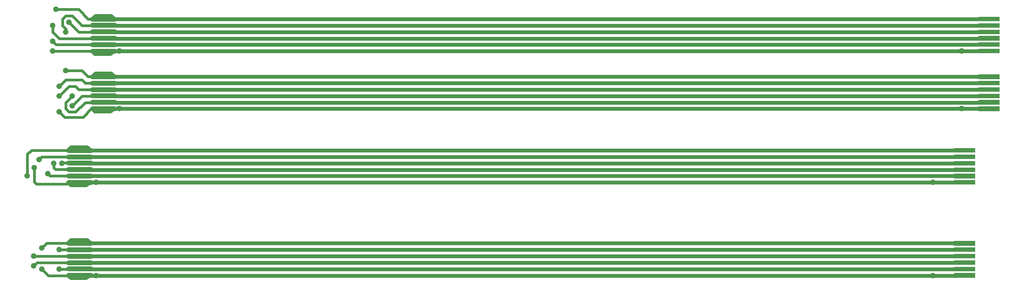
<source format=gbr>
G04 start of page 2 for group 0 idx 0 *
G04 Title: 4FF-FPC, top *
G04 Creator: pcb 4.3.0 *
G04 CreationDate: Sun Nov 20 19:22:47 2022 UTC *
G04 For: kevredon *
G04 Format: Gerber/RS-274X *
G04 PCB-Dimensions (mil): 6299.21 2362.20 *
G04 PCB-Coordinate-Origin: lower left *
%MOIN*%
%FSLAX25Y25*%
%LNTOP*%
%ADD17C,0.0197*%
%ADD16C,0.0354*%
%ADD15C,0.0001*%
%ADD14C,0.0157*%
%ADD13C,0.0295*%
%ADD12C,0.0197*%
%ADD11C,0.0236*%
G54D11*X600591Y218504D02*X63604D01*
X600591Y214567D02*X63651D01*
X600591Y210630D02*X63651D01*
X600591Y206693D02*X63480D01*
X600591Y202756D02*X63519D01*
X600591Y198819D02*X63565D01*
G54D12*X55628Y210763D02*X55627Y210763D01*
X55583Y210771D02*X55591Y210763D01*
X55628Y202889D02*X55627Y202889D01*
X55562Y202899D02*X55600Y202861D01*
X61024Y196850D02*X63471Y198952D01*
X55628D02*X55627Y198952D01*
X61024Y196850D02*X51181D01*
X55638Y198963D02*X51663D01*
G54D13*X63481Y198952D02*X49706D01*
X49695Y198963D01*
G54D14*X51181Y196850D02*Y196984D01*
Y196850D02*X49213Y198819D01*
G54D12*X55628Y206826D02*X55627Y206826D01*
X55563Y206835D02*X55600Y206798D01*
G54D13*X63480Y206826D02*X49704D01*
X63481Y202889D02*X49705D01*
G54D14*X56953Y202756D02*X57087Y202889D01*
G54D13*X63480Y210763D02*X49704D01*
G54D14*X25591Y198819D02*X55118D01*
X55628Y202889D02*X27426D01*
X25591Y204724D01*
Y214567D02*Y210630D01*
X29528Y206693D01*
X55118D01*
X33465Y210630D02*Y212598D01*
X31496Y214567D01*
X41339Y210630D02*X55118D01*
X35433Y216535D02*X41339Y210630D01*
G54D12*X55628Y214700D02*X55627Y214700D01*
X55578Y214707D02*X55600Y214728D01*
X61498Y220611D02*X63471Y218637D01*
X61498Y220611D02*X51663D01*
G54D13*X63465Y218637D02*X49702D01*
G54D12*X51663Y220611D02*X49689Y218637D01*
G54D14*X47244Y218504D02*X55118D01*
G54D13*X63465Y214700D02*X49702D01*
G54D14*X43307Y214567D02*X55118D01*
X27559Y224409D02*X41339D01*
X47244Y218504D01*
X31496Y214567D02*Y218504D01*
X33465Y220472D01*
X37402D01*
X43307Y214567D01*
G54D12*X55628Y218637D02*X55627Y218637D01*
X55622Y218643D02*X55628Y218637D01*
G54D11*X63651Y214567D02*X63519Y214700D01*
X63651Y210630D02*X63519Y210763D01*
X600591Y183071D02*X63471D01*
X600591Y179134D02*X63386D01*
X600591Y175197D02*X63386D01*
X600591Y171260D02*X63386D01*
X600591Y167323D02*X63519D01*
X600591Y163386D02*X63142D01*
X585630Y137795D02*X48436D01*
X585630Y133858D02*X48557D01*
X585630Y129921D02*X48425D01*
X585630Y125984D02*X48425D01*
X585630Y122047D02*X48558D01*
X585630Y118110D02*X48484D01*
G54D14*X29528Y161417D02*X32677Y158268D01*
X49213Y163386D02*X44094Y158268D01*
X32677D02*X44094D01*
G54D12*X55628Y183204D02*X55627Y183204D01*
X55628Y179267D02*X55627Y179267D01*
X55628Y175330D02*X55627Y175330D01*
X55583Y175338D02*X55591Y175330D01*
G54D13*X63480D02*X49704D01*
G54D12*X55578Y179274D02*X55600Y179294D01*
X55622Y183209D02*X55628Y183204D01*
X61498Y185178D02*X63471Y183204D01*
X61498Y185178D02*X51663D01*
G54D13*X63465Y183204D02*X49702D01*
X63465Y179267D02*X49702D01*
G54D12*X55628Y171393D02*X55627Y171393D01*
X55628Y167456D02*X55627Y167456D01*
X55562Y167466D02*X55600Y167428D01*
X55563Y171402D02*X55600Y171365D01*
X61024Y161417D02*X63471Y163519D01*
X61024Y161417D02*X51181D01*
X55628Y163519D02*X55627Y163519D01*
X55638Y163530D02*X51663D01*
G54D13*X63481Y163519D02*X49706D01*
G54D14*X51181Y161417D02*X49213Y163386D01*
G54D13*X63480Y171393D02*X49704D01*
X63481Y167456D02*X49705D01*
G54D14*X56953Y167323D02*X57087Y167456D01*
G54D13*X49706Y163519D02*X49695Y163530D01*
G54D14*X33465Y187008D02*X43307D01*
G54D12*X51663Y185178D02*X49689Y183204D01*
G54D14*X43307Y187008D02*X47244Y183071D01*
X53150D01*
X33465Y181102D02*X43307D01*
X45276Y179134D01*
X29528Y177165D02*X33465Y181102D01*
X29528Y171260D02*X35433Y177165D01*
X39370D01*
X41339Y175197D01*
X45276Y179134D02*X55118D01*
X41339Y175197D02*X55118D01*
X43307Y171260D02*X55118D01*
X37402D02*X33465Y167323D01*
Y163386D01*
X35433Y161417D01*
X39370D01*
X45276Y167323D01*
X37402Y165354D02*X43307Y171260D01*
X45276Y167323D02*X55494D01*
G54D12*X40864Y80841D02*X40863Y80842D01*
G54D14*X34793Y80709D02*X21654D01*
X18701Y77756D01*
X34581Y76904D02*X29660D01*
X29528Y76772D01*
G54D12*X40864Y76904D02*X40863Y76905D01*
X40864Y72967D02*X40863Y72968D01*
X40820Y72976D02*X40828Y72967D01*
G54D13*X48716D02*X34940D01*
G54D14*X34449Y72835D02*X34581Y72967D01*
G54D12*X40815Y76911D02*X40836Y76932D01*
X40858Y80847D02*X40864Y80841D01*
X46734Y82815D02*X48707Y80841D01*
X46734Y82815D02*X36900D01*
G54D13*X48702Y80841D02*X34938D01*
G54D12*X36900Y82815D02*X34926Y80841D01*
G54D13*X48701Y76904D02*X34939D01*
G54D14*X13780Y72835D02*X34449D01*
G54D12*X40864Y69031D02*X40863Y69030D01*
X40864Y65094D02*X40863Y65094D01*
X40798Y65104D02*X40836Y65066D01*
X40799Y69039D02*X40836Y69003D01*
X46260Y59055D02*X48707Y61157D01*
X46260Y59055D02*X36417D01*
X40864Y61157D02*X40863Y61157D01*
X40874Y61167D02*X36900D01*
G54D13*X48718Y61157D02*X34942D01*
G54D14*X36417Y59055D02*X34449Y61024D01*
G54D13*X48716Y69031D02*X34940D01*
X48717Y65094D02*X34941D01*
G54D14*X42189Y64961D02*X42323Y65094D01*
X34807Y64961D02*X34941Y65094D01*
G54D13*X34942Y61157D02*X34931Y61167D01*
G54D14*X18701Y64961D02*X22638Y61024D01*
X34449D02*X22638D01*
X29528Y64961D02*X34807D01*
X35300Y69031D02*X15881D01*
X13780Y66929D01*
G54D11*X585630Y80709D02*X48425D01*
X585630Y76772D02*X48819D01*
X585630Y72835D02*X48819D01*
X585630Y61024D02*X48484D01*
X585630Y64961D02*X48685D01*
X585630Y68898D02*X48559D01*
G54D12*X40864Y137928D02*X40863Y137928D01*
X40864Y133990D02*X40863Y133991D01*
X40815Y133998D02*X40836Y134019D01*
X40858Y137934D02*X40864Y137928D01*
X46734Y139902D02*X48707Y137928D01*
X46734Y139902D02*X36900D01*
G54D13*X48702Y137928D02*X34938D01*
X48701Y133990D02*X34939D01*
G54D12*X36900Y139902D02*X34926Y137928D01*
G54D14*X34646D02*X12337D01*
X9843Y135433D02*X12337Y137928D01*
X34907Y133990D02*X18637D01*
X16929Y132283D01*
G54D12*X40864Y130054D02*X40863Y130054D01*
X40864Y126118D02*X40863Y126117D01*
X40864Y122180D02*X40863D01*
X40798Y122190D02*X40836Y122153D01*
X40799Y126126D02*X40836Y126090D01*
X40820Y130062D02*X40828Y130054D01*
G54D13*X48716D02*X34940D01*
X48716Y126118D02*X34940D01*
G54D14*X34449Y129921D02*X34581Y130054D01*
G54D12*X46260Y116142D02*X48707Y118244D01*
G54D13*X48718D02*X34942D01*
G54D12*X46260Y116142D02*X36417D01*
X40864Y118244D02*X40863Y118243D01*
X40874Y118254D02*X36900D01*
G54D13*X34942Y118244D02*X34931Y118254D01*
G54D14*X36417Y116142D02*X34449Y118110D01*
G54D13*X48717Y122180D02*X34941D01*
G54D14*X42189Y122047D02*X42323Y122180D01*
X34807Y122047D02*X34941Y122180D01*
X35039Y130054D02*X31235D01*
X31102Y129921D01*
X33985Y117323D02*X34906Y118244D01*
X34385Y126118D02*X27032D01*
X14173Y127165D02*Y118504D01*
X15354Y117323D01*
X33985D01*
X27032Y126118D02*X25984Y127165D01*
X23882Y122180D02*X22441Y123622D01*
X25984Y127165D02*Y129921D01*
X34906Y122180D02*X23882D01*
X9843Y122047D02*Y135433D01*
G54D15*G36*
X579134Y82087D02*Y79331D01*
X592126D01*
Y82087D01*
X579134D01*
G37*
G36*
Y78150D02*Y75394D01*
X592126D01*
Y78150D01*
X579134D01*
G37*
G36*
Y74213D02*Y71457D01*
X592126D01*
Y74213D01*
X579134D01*
G37*
G36*
Y70276D02*Y67520D01*
X592126D01*
Y70276D01*
X579134D01*
G37*
G36*
Y66339D02*Y63583D01*
X592126D01*
Y66339D01*
X579134D01*
G37*
G36*
Y62402D02*Y59646D01*
X592126D01*
Y62402D01*
X579134D01*
G37*
G36*
Y139173D02*Y136417D01*
X592126D01*
Y139173D01*
X579134D01*
G37*
G36*
Y135236D02*Y132480D01*
X592126D01*
Y135236D01*
X579134D01*
G37*
G36*
Y131299D02*Y128543D01*
X592126D01*
Y131299D01*
X579134D01*
G37*
G36*
Y127362D02*Y124606D01*
X592126D01*
Y127362D01*
X579134D01*
G37*
G36*
Y123425D02*Y120669D01*
X592126D01*
Y123425D01*
X579134D01*
G37*
G36*
Y119488D02*Y116732D01*
X592126D01*
Y119488D01*
X579134D01*
G37*
G36*
X594094Y184449D02*Y181693D01*
X607087D01*
Y184449D01*
X594094D01*
G37*
G36*
Y180512D02*Y177756D01*
X607087D01*
Y180512D01*
X594094D01*
G37*
G36*
Y176575D02*Y173819D01*
X607087D01*
Y176575D01*
X594094D01*
G37*
G36*
Y172638D02*Y169882D01*
X607087D01*
Y172638D01*
X594094D01*
G37*
G36*
Y168701D02*Y165945D01*
X607087D01*
Y168701D01*
X594094D01*
G37*
G36*
Y164764D02*Y162008D01*
X607087D01*
Y164764D01*
X594094D01*
G37*
G36*
Y219882D02*Y217126D01*
X607087D01*
Y219882D01*
X594094D01*
G37*
G36*
Y215945D02*Y213189D01*
X607087D01*
Y215945D01*
X594094D01*
G37*
G36*
Y212008D02*Y209252D01*
X607087D01*
Y212008D01*
X594094D01*
G37*
G36*
Y208071D02*Y205315D01*
X607087D01*
Y208071D01*
X594094D01*
G37*
G36*
Y204134D02*Y201378D01*
X607087D01*
Y204134D01*
X594094D01*
G37*
G36*
Y200197D02*Y197441D01*
X607087D01*
Y200197D01*
X594094D01*
G37*
G54D16*X18701Y77756D03*
X13780Y72835D03*
X18701Y64961D03*
X13780Y66929D03*
X29528Y76772D03*
Y64961D03*
X566142Y61024D03*
X51969D03*
X566142Y118110D03*
X583858Y163386D03*
Y198819D03*
X66535Y163386D03*
X29528Y171260D03*
X25591Y198819D03*
Y204724D03*
Y214567D03*
X27559Y224409D03*
X33465Y210630D03*
X35433Y216535D03*
X29528Y177165D03*
X33465Y187008D03*
X66535Y198819D03*
X37402Y171260D03*
Y165354D03*
X29528Y161417D03*
X31102Y129921D03*
X16929Y132283D03*
X9843Y122047D03*
X14173Y127165D03*
X25984Y129921D03*
X22441Y123622D03*
X51969Y118110D03*
G54D17*M02*

</source>
